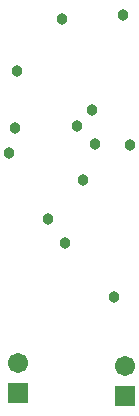
<source format=gbs>
%FSAX24Y24*%
%MOIN*%
G70*
G01*
G75*
G04 Layer_Color=16711935*
%ADD10R,0.0126X0.0354*%
%ADD11R,0.0315X0.0126*%
%ADD12R,0.0118X0.0177*%
%ADD13R,0.0177X0.0118*%
%ADD14O,0.0118X0.0354*%
%ADD15O,0.0354X0.0118*%
%ADD16R,0.0866X0.0787*%
%ADD17R,0.0433X0.0551*%
%ADD18R,0.0551X0.0433*%
%ADD19C,0.0100*%
%ADD20C,0.0080*%
%ADD21C,0.0591*%
%ADD22R,0.0591X0.0591*%
%ADD23C,0.0300*%
%ADD24C,0.0098*%
%ADD25C,0.0079*%
%ADD26R,0.0206X0.0434*%
%ADD27R,0.0395X0.0206*%
%ADD28R,0.0198X0.0257*%
%ADD29R,0.0257X0.0198*%
%ADD30O,0.0198X0.0434*%
%ADD31O,0.0434X0.0198*%
%ADD32R,0.0946X0.0867*%
%ADD33R,0.0513X0.0631*%
%ADD34R,0.0631X0.0513*%
%ADD35C,0.0671*%
%ADD36R,0.0671X0.0671*%
%ADD37C,0.0380*%
D35*
X024900Y032350D02*
D03*
X021350Y032450D02*
D03*
D36*
X024900Y031350D02*
D03*
X021350Y031450D02*
D03*
D37*
X023800Y040900D02*
D03*
X023300Y040350D02*
D03*
X025095Y039729D02*
D03*
X021050Y039450D02*
D03*
X023505Y038559D02*
D03*
X022819Y043919D02*
D03*
X023900Y039750D02*
D03*
X024850Y044050D02*
D03*
X022350Y037250D02*
D03*
X024550Y034650D02*
D03*
X022900Y036450D02*
D03*
X021250Y040300D02*
D03*
X021300Y042200D02*
D03*
M02*

</source>
